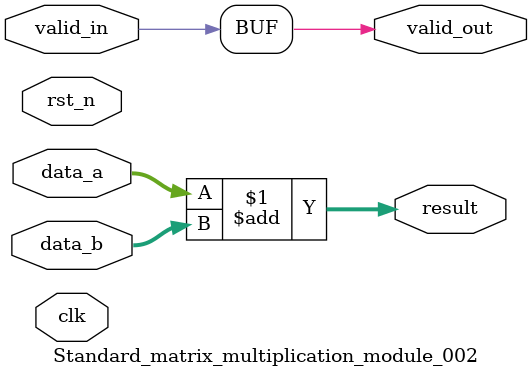
<source format=v>

module Standard_matrix_multiplication_module_002 (
    input clk,
    input rst_n,
    input valid_in,
    output valid_out,
    // Add specific ports based on operator type
    input [31:0] data_a,
    input [31:0] data_b,
    output [31:0] result
);

    // Module implementation would go here
    // This is a template - actual implementation depends on the operator
    
        // Matrix multiplication placeholder
    // Actual implementation would require systolic array or similar
    assign result = data_a + data_b; // Simplified
    assign valid_out = valid_in;

endmodule

</source>
